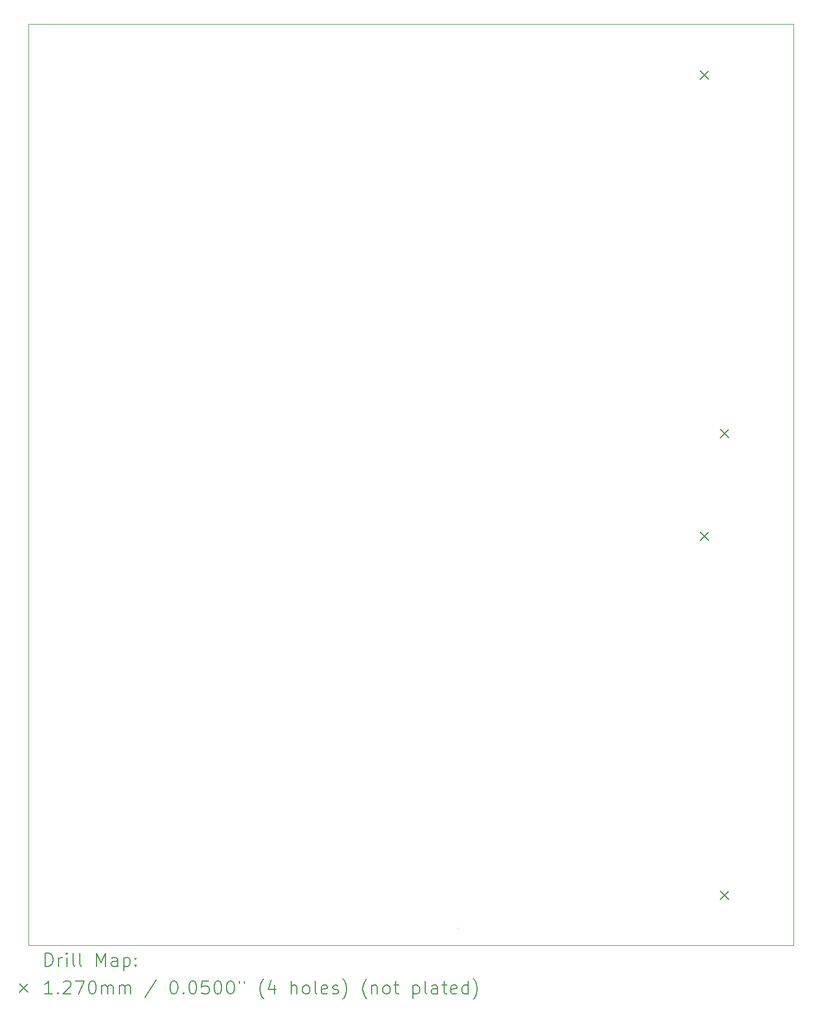
<source format=gbr>
%TF.GenerationSoftware,KiCad,Pcbnew,7.0.10-7.0.10~ubuntu22.04.1*%
%TF.CreationDate,2024-03-14T13:40:17-04:00*%
%TF.ProjectId,dioBreakOutBoard,64696f42-7265-4616-9b4f-7574426f6172,rev?*%
%TF.SameCoordinates,Original*%
%TF.FileFunction,Drillmap*%
%TF.FilePolarity,Positive*%
%FSLAX45Y45*%
G04 Gerber Fmt 4.5, Leading zero omitted, Abs format (unit mm)*
G04 Created by KiCad (PCBNEW 7.0.10-7.0.10~ubuntu22.04.1) date 2024-03-14 13:40:17*
%MOMM*%
%LPD*%
G01*
G04 APERTURE LIST*
%ADD10C,0.050000*%
%ADD11C,0.200000*%
%ADD12C,0.127000*%
G04 APERTURE END LIST*
D10*
X24287140Y-15910000D02*
X12674260Y-15910000D01*
X24287140Y-15910000D02*
X24287140Y-1940000D01*
X12674260Y-15910000D02*
X12674260Y-1940000D01*
X24287140Y-1940000D02*
X12674260Y-1940000D01*
X19190000Y-15645000D02*
X19190000Y-15645000D01*
D11*
D12*
X22871500Y-2644500D02*
X22998500Y-2771500D01*
X22998500Y-2644500D02*
X22871500Y-2771500D01*
X22871500Y-9643500D02*
X22998500Y-9770500D01*
X22998500Y-9643500D02*
X22871500Y-9770500D01*
X23176500Y-8082500D02*
X23303500Y-8209500D01*
X23303500Y-8082500D02*
X23176500Y-8209500D01*
X23176500Y-15081500D02*
X23303500Y-15208500D01*
X23303500Y-15081500D02*
X23176500Y-15208500D01*
D11*
X12932537Y-16223984D02*
X12932537Y-16023984D01*
X12932537Y-16023984D02*
X12980156Y-16023984D01*
X12980156Y-16023984D02*
X13008727Y-16033508D01*
X13008727Y-16033508D02*
X13027775Y-16052555D01*
X13027775Y-16052555D02*
X13037299Y-16071603D01*
X13037299Y-16071603D02*
X13046822Y-16109698D01*
X13046822Y-16109698D02*
X13046822Y-16138269D01*
X13046822Y-16138269D02*
X13037299Y-16176365D01*
X13037299Y-16176365D02*
X13027775Y-16195412D01*
X13027775Y-16195412D02*
X13008727Y-16214460D01*
X13008727Y-16214460D02*
X12980156Y-16223984D01*
X12980156Y-16223984D02*
X12932537Y-16223984D01*
X13132537Y-16223984D02*
X13132537Y-16090650D01*
X13132537Y-16128746D02*
X13142061Y-16109698D01*
X13142061Y-16109698D02*
X13151584Y-16100174D01*
X13151584Y-16100174D02*
X13170632Y-16090650D01*
X13170632Y-16090650D02*
X13189680Y-16090650D01*
X13256346Y-16223984D02*
X13256346Y-16090650D01*
X13256346Y-16023984D02*
X13246822Y-16033508D01*
X13246822Y-16033508D02*
X13256346Y-16043031D01*
X13256346Y-16043031D02*
X13265870Y-16033508D01*
X13265870Y-16033508D02*
X13256346Y-16023984D01*
X13256346Y-16023984D02*
X13256346Y-16043031D01*
X13380156Y-16223984D02*
X13361108Y-16214460D01*
X13361108Y-16214460D02*
X13351584Y-16195412D01*
X13351584Y-16195412D02*
X13351584Y-16023984D01*
X13484918Y-16223984D02*
X13465870Y-16214460D01*
X13465870Y-16214460D02*
X13456346Y-16195412D01*
X13456346Y-16195412D02*
X13456346Y-16023984D01*
X13713489Y-16223984D02*
X13713489Y-16023984D01*
X13713489Y-16023984D02*
X13780156Y-16166841D01*
X13780156Y-16166841D02*
X13846822Y-16023984D01*
X13846822Y-16023984D02*
X13846822Y-16223984D01*
X14027775Y-16223984D02*
X14027775Y-16119222D01*
X14027775Y-16119222D02*
X14018251Y-16100174D01*
X14018251Y-16100174D02*
X13999203Y-16090650D01*
X13999203Y-16090650D02*
X13961108Y-16090650D01*
X13961108Y-16090650D02*
X13942061Y-16100174D01*
X14027775Y-16214460D02*
X14008727Y-16223984D01*
X14008727Y-16223984D02*
X13961108Y-16223984D01*
X13961108Y-16223984D02*
X13942061Y-16214460D01*
X13942061Y-16214460D02*
X13932537Y-16195412D01*
X13932537Y-16195412D02*
X13932537Y-16176365D01*
X13932537Y-16176365D02*
X13942061Y-16157317D01*
X13942061Y-16157317D02*
X13961108Y-16147793D01*
X13961108Y-16147793D02*
X14008727Y-16147793D01*
X14008727Y-16147793D02*
X14027775Y-16138269D01*
X14123013Y-16090650D02*
X14123013Y-16290650D01*
X14123013Y-16100174D02*
X14142061Y-16090650D01*
X14142061Y-16090650D02*
X14180156Y-16090650D01*
X14180156Y-16090650D02*
X14199203Y-16100174D01*
X14199203Y-16100174D02*
X14208727Y-16109698D01*
X14208727Y-16109698D02*
X14218251Y-16128746D01*
X14218251Y-16128746D02*
X14218251Y-16185888D01*
X14218251Y-16185888D02*
X14208727Y-16204936D01*
X14208727Y-16204936D02*
X14199203Y-16214460D01*
X14199203Y-16214460D02*
X14180156Y-16223984D01*
X14180156Y-16223984D02*
X14142061Y-16223984D01*
X14142061Y-16223984D02*
X14123013Y-16214460D01*
X14303965Y-16204936D02*
X14313489Y-16214460D01*
X14313489Y-16214460D02*
X14303965Y-16223984D01*
X14303965Y-16223984D02*
X14294442Y-16214460D01*
X14294442Y-16214460D02*
X14303965Y-16204936D01*
X14303965Y-16204936D02*
X14303965Y-16223984D01*
X14303965Y-16100174D02*
X14313489Y-16109698D01*
X14313489Y-16109698D02*
X14303965Y-16119222D01*
X14303965Y-16119222D02*
X14294442Y-16109698D01*
X14294442Y-16109698D02*
X14303965Y-16100174D01*
X14303965Y-16100174D02*
X14303965Y-16119222D01*
D12*
X12544760Y-16489000D02*
X12671760Y-16616000D01*
X12671760Y-16489000D02*
X12544760Y-16616000D01*
D11*
X13037299Y-16643984D02*
X12923013Y-16643984D01*
X12980156Y-16643984D02*
X12980156Y-16443984D01*
X12980156Y-16443984D02*
X12961108Y-16472555D01*
X12961108Y-16472555D02*
X12942061Y-16491603D01*
X12942061Y-16491603D02*
X12923013Y-16501127D01*
X13123013Y-16624936D02*
X13132537Y-16634460D01*
X13132537Y-16634460D02*
X13123013Y-16643984D01*
X13123013Y-16643984D02*
X13113489Y-16634460D01*
X13113489Y-16634460D02*
X13123013Y-16624936D01*
X13123013Y-16624936D02*
X13123013Y-16643984D01*
X13208727Y-16463031D02*
X13218251Y-16453508D01*
X13218251Y-16453508D02*
X13237299Y-16443984D01*
X13237299Y-16443984D02*
X13284918Y-16443984D01*
X13284918Y-16443984D02*
X13303965Y-16453508D01*
X13303965Y-16453508D02*
X13313489Y-16463031D01*
X13313489Y-16463031D02*
X13323013Y-16482079D01*
X13323013Y-16482079D02*
X13323013Y-16501127D01*
X13323013Y-16501127D02*
X13313489Y-16529698D01*
X13313489Y-16529698D02*
X13199203Y-16643984D01*
X13199203Y-16643984D02*
X13323013Y-16643984D01*
X13389680Y-16443984D02*
X13523013Y-16443984D01*
X13523013Y-16443984D02*
X13437299Y-16643984D01*
X13637299Y-16443984D02*
X13656346Y-16443984D01*
X13656346Y-16443984D02*
X13675394Y-16453508D01*
X13675394Y-16453508D02*
X13684918Y-16463031D01*
X13684918Y-16463031D02*
X13694442Y-16482079D01*
X13694442Y-16482079D02*
X13703965Y-16520174D01*
X13703965Y-16520174D02*
X13703965Y-16567793D01*
X13703965Y-16567793D02*
X13694442Y-16605888D01*
X13694442Y-16605888D02*
X13684918Y-16624936D01*
X13684918Y-16624936D02*
X13675394Y-16634460D01*
X13675394Y-16634460D02*
X13656346Y-16643984D01*
X13656346Y-16643984D02*
X13637299Y-16643984D01*
X13637299Y-16643984D02*
X13618251Y-16634460D01*
X13618251Y-16634460D02*
X13608727Y-16624936D01*
X13608727Y-16624936D02*
X13599203Y-16605888D01*
X13599203Y-16605888D02*
X13589680Y-16567793D01*
X13589680Y-16567793D02*
X13589680Y-16520174D01*
X13589680Y-16520174D02*
X13599203Y-16482079D01*
X13599203Y-16482079D02*
X13608727Y-16463031D01*
X13608727Y-16463031D02*
X13618251Y-16453508D01*
X13618251Y-16453508D02*
X13637299Y-16443984D01*
X13789680Y-16643984D02*
X13789680Y-16510650D01*
X13789680Y-16529698D02*
X13799203Y-16520174D01*
X13799203Y-16520174D02*
X13818251Y-16510650D01*
X13818251Y-16510650D02*
X13846823Y-16510650D01*
X13846823Y-16510650D02*
X13865870Y-16520174D01*
X13865870Y-16520174D02*
X13875394Y-16539222D01*
X13875394Y-16539222D02*
X13875394Y-16643984D01*
X13875394Y-16539222D02*
X13884918Y-16520174D01*
X13884918Y-16520174D02*
X13903965Y-16510650D01*
X13903965Y-16510650D02*
X13932537Y-16510650D01*
X13932537Y-16510650D02*
X13951584Y-16520174D01*
X13951584Y-16520174D02*
X13961108Y-16539222D01*
X13961108Y-16539222D02*
X13961108Y-16643984D01*
X14056346Y-16643984D02*
X14056346Y-16510650D01*
X14056346Y-16529698D02*
X14065870Y-16520174D01*
X14065870Y-16520174D02*
X14084918Y-16510650D01*
X14084918Y-16510650D02*
X14113489Y-16510650D01*
X14113489Y-16510650D02*
X14132537Y-16520174D01*
X14132537Y-16520174D02*
X14142061Y-16539222D01*
X14142061Y-16539222D02*
X14142061Y-16643984D01*
X14142061Y-16539222D02*
X14151584Y-16520174D01*
X14151584Y-16520174D02*
X14170632Y-16510650D01*
X14170632Y-16510650D02*
X14199203Y-16510650D01*
X14199203Y-16510650D02*
X14218251Y-16520174D01*
X14218251Y-16520174D02*
X14227775Y-16539222D01*
X14227775Y-16539222D02*
X14227775Y-16643984D01*
X14618251Y-16434460D02*
X14446823Y-16691603D01*
X14875394Y-16443984D02*
X14894442Y-16443984D01*
X14894442Y-16443984D02*
X14913489Y-16453508D01*
X14913489Y-16453508D02*
X14923013Y-16463031D01*
X14923013Y-16463031D02*
X14932537Y-16482079D01*
X14932537Y-16482079D02*
X14942061Y-16520174D01*
X14942061Y-16520174D02*
X14942061Y-16567793D01*
X14942061Y-16567793D02*
X14932537Y-16605888D01*
X14932537Y-16605888D02*
X14923013Y-16624936D01*
X14923013Y-16624936D02*
X14913489Y-16634460D01*
X14913489Y-16634460D02*
X14894442Y-16643984D01*
X14894442Y-16643984D02*
X14875394Y-16643984D01*
X14875394Y-16643984D02*
X14856346Y-16634460D01*
X14856346Y-16634460D02*
X14846823Y-16624936D01*
X14846823Y-16624936D02*
X14837299Y-16605888D01*
X14837299Y-16605888D02*
X14827775Y-16567793D01*
X14827775Y-16567793D02*
X14827775Y-16520174D01*
X14827775Y-16520174D02*
X14837299Y-16482079D01*
X14837299Y-16482079D02*
X14846823Y-16463031D01*
X14846823Y-16463031D02*
X14856346Y-16453508D01*
X14856346Y-16453508D02*
X14875394Y-16443984D01*
X15027775Y-16624936D02*
X15037299Y-16634460D01*
X15037299Y-16634460D02*
X15027775Y-16643984D01*
X15027775Y-16643984D02*
X15018251Y-16634460D01*
X15018251Y-16634460D02*
X15027775Y-16624936D01*
X15027775Y-16624936D02*
X15027775Y-16643984D01*
X15161108Y-16443984D02*
X15180156Y-16443984D01*
X15180156Y-16443984D02*
X15199204Y-16453508D01*
X15199204Y-16453508D02*
X15208727Y-16463031D01*
X15208727Y-16463031D02*
X15218251Y-16482079D01*
X15218251Y-16482079D02*
X15227775Y-16520174D01*
X15227775Y-16520174D02*
X15227775Y-16567793D01*
X15227775Y-16567793D02*
X15218251Y-16605888D01*
X15218251Y-16605888D02*
X15208727Y-16624936D01*
X15208727Y-16624936D02*
X15199204Y-16634460D01*
X15199204Y-16634460D02*
X15180156Y-16643984D01*
X15180156Y-16643984D02*
X15161108Y-16643984D01*
X15161108Y-16643984D02*
X15142061Y-16634460D01*
X15142061Y-16634460D02*
X15132537Y-16624936D01*
X15132537Y-16624936D02*
X15123013Y-16605888D01*
X15123013Y-16605888D02*
X15113489Y-16567793D01*
X15113489Y-16567793D02*
X15113489Y-16520174D01*
X15113489Y-16520174D02*
X15123013Y-16482079D01*
X15123013Y-16482079D02*
X15132537Y-16463031D01*
X15132537Y-16463031D02*
X15142061Y-16453508D01*
X15142061Y-16453508D02*
X15161108Y-16443984D01*
X15408727Y-16443984D02*
X15313489Y-16443984D01*
X15313489Y-16443984D02*
X15303966Y-16539222D01*
X15303966Y-16539222D02*
X15313489Y-16529698D01*
X15313489Y-16529698D02*
X15332537Y-16520174D01*
X15332537Y-16520174D02*
X15380156Y-16520174D01*
X15380156Y-16520174D02*
X15399204Y-16529698D01*
X15399204Y-16529698D02*
X15408727Y-16539222D01*
X15408727Y-16539222D02*
X15418251Y-16558269D01*
X15418251Y-16558269D02*
X15418251Y-16605888D01*
X15418251Y-16605888D02*
X15408727Y-16624936D01*
X15408727Y-16624936D02*
X15399204Y-16634460D01*
X15399204Y-16634460D02*
X15380156Y-16643984D01*
X15380156Y-16643984D02*
X15332537Y-16643984D01*
X15332537Y-16643984D02*
X15313489Y-16634460D01*
X15313489Y-16634460D02*
X15303966Y-16624936D01*
X15542061Y-16443984D02*
X15561108Y-16443984D01*
X15561108Y-16443984D02*
X15580156Y-16453508D01*
X15580156Y-16453508D02*
X15589680Y-16463031D01*
X15589680Y-16463031D02*
X15599204Y-16482079D01*
X15599204Y-16482079D02*
X15608727Y-16520174D01*
X15608727Y-16520174D02*
X15608727Y-16567793D01*
X15608727Y-16567793D02*
X15599204Y-16605888D01*
X15599204Y-16605888D02*
X15589680Y-16624936D01*
X15589680Y-16624936D02*
X15580156Y-16634460D01*
X15580156Y-16634460D02*
X15561108Y-16643984D01*
X15561108Y-16643984D02*
X15542061Y-16643984D01*
X15542061Y-16643984D02*
X15523013Y-16634460D01*
X15523013Y-16634460D02*
X15513489Y-16624936D01*
X15513489Y-16624936D02*
X15503966Y-16605888D01*
X15503966Y-16605888D02*
X15494442Y-16567793D01*
X15494442Y-16567793D02*
X15494442Y-16520174D01*
X15494442Y-16520174D02*
X15503966Y-16482079D01*
X15503966Y-16482079D02*
X15513489Y-16463031D01*
X15513489Y-16463031D02*
X15523013Y-16453508D01*
X15523013Y-16453508D02*
X15542061Y-16443984D01*
X15732537Y-16443984D02*
X15751585Y-16443984D01*
X15751585Y-16443984D02*
X15770632Y-16453508D01*
X15770632Y-16453508D02*
X15780156Y-16463031D01*
X15780156Y-16463031D02*
X15789680Y-16482079D01*
X15789680Y-16482079D02*
X15799204Y-16520174D01*
X15799204Y-16520174D02*
X15799204Y-16567793D01*
X15799204Y-16567793D02*
X15789680Y-16605888D01*
X15789680Y-16605888D02*
X15780156Y-16624936D01*
X15780156Y-16624936D02*
X15770632Y-16634460D01*
X15770632Y-16634460D02*
X15751585Y-16643984D01*
X15751585Y-16643984D02*
X15732537Y-16643984D01*
X15732537Y-16643984D02*
X15713489Y-16634460D01*
X15713489Y-16634460D02*
X15703966Y-16624936D01*
X15703966Y-16624936D02*
X15694442Y-16605888D01*
X15694442Y-16605888D02*
X15684918Y-16567793D01*
X15684918Y-16567793D02*
X15684918Y-16520174D01*
X15684918Y-16520174D02*
X15694442Y-16482079D01*
X15694442Y-16482079D02*
X15703966Y-16463031D01*
X15703966Y-16463031D02*
X15713489Y-16453508D01*
X15713489Y-16453508D02*
X15732537Y-16443984D01*
X15875394Y-16443984D02*
X15875394Y-16482079D01*
X15951585Y-16443984D02*
X15951585Y-16482079D01*
X16246823Y-16720174D02*
X16237299Y-16710650D01*
X16237299Y-16710650D02*
X16218251Y-16682079D01*
X16218251Y-16682079D02*
X16208728Y-16663031D01*
X16208728Y-16663031D02*
X16199204Y-16634460D01*
X16199204Y-16634460D02*
X16189680Y-16586841D01*
X16189680Y-16586841D02*
X16189680Y-16548746D01*
X16189680Y-16548746D02*
X16199204Y-16501127D01*
X16199204Y-16501127D02*
X16208728Y-16472555D01*
X16208728Y-16472555D02*
X16218251Y-16453508D01*
X16218251Y-16453508D02*
X16237299Y-16424936D01*
X16237299Y-16424936D02*
X16246823Y-16415412D01*
X16408728Y-16510650D02*
X16408728Y-16643984D01*
X16361108Y-16434460D02*
X16313489Y-16577317D01*
X16313489Y-16577317D02*
X16437299Y-16577317D01*
X16665870Y-16643984D02*
X16665870Y-16443984D01*
X16751585Y-16643984D02*
X16751585Y-16539222D01*
X16751585Y-16539222D02*
X16742061Y-16520174D01*
X16742061Y-16520174D02*
X16723013Y-16510650D01*
X16723013Y-16510650D02*
X16694442Y-16510650D01*
X16694442Y-16510650D02*
X16675394Y-16520174D01*
X16675394Y-16520174D02*
X16665870Y-16529698D01*
X16875394Y-16643984D02*
X16856347Y-16634460D01*
X16856347Y-16634460D02*
X16846823Y-16624936D01*
X16846823Y-16624936D02*
X16837299Y-16605888D01*
X16837299Y-16605888D02*
X16837299Y-16548746D01*
X16837299Y-16548746D02*
X16846823Y-16529698D01*
X16846823Y-16529698D02*
X16856347Y-16520174D01*
X16856347Y-16520174D02*
X16875394Y-16510650D01*
X16875394Y-16510650D02*
X16903966Y-16510650D01*
X16903966Y-16510650D02*
X16923013Y-16520174D01*
X16923013Y-16520174D02*
X16932537Y-16529698D01*
X16932537Y-16529698D02*
X16942061Y-16548746D01*
X16942061Y-16548746D02*
X16942061Y-16605888D01*
X16942061Y-16605888D02*
X16932537Y-16624936D01*
X16932537Y-16624936D02*
X16923013Y-16634460D01*
X16923013Y-16634460D02*
X16903966Y-16643984D01*
X16903966Y-16643984D02*
X16875394Y-16643984D01*
X17056347Y-16643984D02*
X17037299Y-16634460D01*
X17037299Y-16634460D02*
X17027775Y-16615412D01*
X17027775Y-16615412D02*
X17027775Y-16443984D01*
X17208728Y-16634460D02*
X17189680Y-16643984D01*
X17189680Y-16643984D02*
X17151585Y-16643984D01*
X17151585Y-16643984D02*
X17132537Y-16634460D01*
X17132537Y-16634460D02*
X17123013Y-16615412D01*
X17123013Y-16615412D02*
X17123013Y-16539222D01*
X17123013Y-16539222D02*
X17132537Y-16520174D01*
X17132537Y-16520174D02*
X17151585Y-16510650D01*
X17151585Y-16510650D02*
X17189680Y-16510650D01*
X17189680Y-16510650D02*
X17208728Y-16520174D01*
X17208728Y-16520174D02*
X17218252Y-16539222D01*
X17218252Y-16539222D02*
X17218252Y-16558269D01*
X17218252Y-16558269D02*
X17123013Y-16577317D01*
X17294442Y-16634460D02*
X17313490Y-16643984D01*
X17313490Y-16643984D02*
X17351585Y-16643984D01*
X17351585Y-16643984D02*
X17370633Y-16634460D01*
X17370633Y-16634460D02*
X17380156Y-16615412D01*
X17380156Y-16615412D02*
X17380156Y-16605888D01*
X17380156Y-16605888D02*
X17370633Y-16586841D01*
X17370633Y-16586841D02*
X17351585Y-16577317D01*
X17351585Y-16577317D02*
X17323013Y-16577317D01*
X17323013Y-16577317D02*
X17303966Y-16567793D01*
X17303966Y-16567793D02*
X17294442Y-16548746D01*
X17294442Y-16548746D02*
X17294442Y-16539222D01*
X17294442Y-16539222D02*
X17303966Y-16520174D01*
X17303966Y-16520174D02*
X17323013Y-16510650D01*
X17323013Y-16510650D02*
X17351585Y-16510650D01*
X17351585Y-16510650D02*
X17370633Y-16520174D01*
X17446823Y-16720174D02*
X17456347Y-16710650D01*
X17456347Y-16710650D02*
X17475394Y-16682079D01*
X17475394Y-16682079D02*
X17484918Y-16663031D01*
X17484918Y-16663031D02*
X17494442Y-16634460D01*
X17494442Y-16634460D02*
X17503966Y-16586841D01*
X17503966Y-16586841D02*
X17503966Y-16548746D01*
X17503966Y-16548746D02*
X17494442Y-16501127D01*
X17494442Y-16501127D02*
X17484918Y-16472555D01*
X17484918Y-16472555D02*
X17475394Y-16453508D01*
X17475394Y-16453508D02*
X17456347Y-16424936D01*
X17456347Y-16424936D02*
X17446823Y-16415412D01*
X17808728Y-16720174D02*
X17799204Y-16710650D01*
X17799204Y-16710650D02*
X17780156Y-16682079D01*
X17780156Y-16682079D02*
X17770633Y-16663031D01*
X17770633Y-16663031D02*
X17761109Y-16634460D01*
X17761109Y-16634460D02*
X17751585Y-16586841D01*
X17751585Y-16586841D02*
X17751585Y-16548746D01*
X17751585Y-16548746D02*
X17761109Y-16501127D01*
X17761109Y-16501127D02*
X17770633Y-16472555D01*
X17770633Y-16472555D02*
X17780156Y-16453508D01*
X17780156Y-16453508D02*
X17799204Y-16424936D01*
X17799204Y-16424936D02*
X17808728Y-16415412D01*
X17884918Y-16510650D02*
X17884918Y-16643984D01*
X17884918Y-16529698D02*
X17894442Y-16520174D01*
X17894442Y-16520174D02*
X17913490Y-16510650D01*
X17913490Y-16510650D02*
X17942061Y-16510650D01*
X17942061Y-16510650D02*
X17961109Y-16520174D01*
X17961109Y-16520174D02*
X17970633Y-16539222D01*
X17970633Y-16539222D02*
X17970633Y-16643984D01*
X18094442Y-16643984D02*
X18075394Y-16634460D01*
X18075394Y-16634460D02*
X18065871Y-16624936D01*
X18065871Y-16624936D02*
X18056347Y-16605888D01*
X18056347Y-16605888D02*
X18056347Y-16548746D01*
X18056347Y-16548746D02*
X18065871Y-16529698D01*
X18065871Y-16529698D02*
X18075394Y-16520174D01*
X18075394Y-16520174D02*
X18094442Y-16510650D01*
X18094442Y-16510650D02*
X18123014Y-16510650D01*
X18123014Y-16510650D02*
X18142061Y-16520174D01*
X18142061Y-16520174D02*
X18151585Y-16529698D01*
X18151585Y-16529698D02*
X18161109Y-16548746D01*
X18161109Y-16548746D02*
X18161109Y-16605888D01*
X18161109Y-16605888D02*
X18151585Y-16624936D01*
X18151585Y-16624936D02*
X18142061Y-16634460D01*
X18142061Y-16634460D02*
X18123014Y-16643984D01*
X18123014Y-16643984D02*
X18094442Y-16643984D01*
X18218252Y-16510650D02*
X18294442Y-16510650D01*
X18246823Y-16443984D02*
X18246823Y-16615412D01*
X18246823Y-16615412D02*
X18256347Y-16634460D01*
X18256347Y-16634460D02*
X18275394Y-16643984D01*
X18275394Y-16643984D02*
X18294442Y-16643984D01*
X18513490Y-16510650D02*
X18513490Y-16710650D01*
X18513490Y-16520174D02*
X18532537Y-16510650D01*
X18532537Y-16510650D02*
X18570633Y-16510650D01*
X18570633Y-16510650D02*
X18589680Y-16520174D01*
X18589680Y-16520174D02*
X18599204Y-16529698D01*
X18599204Y-16529698D02*
X18608728Y-16548746D01*
X18608728Y-16548746D02*
X18608728Y-16605888D01*
X18608728Y-16605888D02*
X18599204Y-16624936D01*
X18599204Y-16624936D02*
X18589680Y-16634460D01*
X18589680Y-16634460D02*
X18570633Y-16643984D01*
X18570633Y-16643984D02*
X18532537Y-16643984D01*
X18532537Y-16643984D02*
X18513490Y-16634460D01*
X18723014Y-16643984D02*
X18703966Y-16634460D01*
X18703966Y-16634460D02*
X18694442Y-16615412D01*
X18694442Y-16615412D02*
X18694442Y-16443984D01*
X18884918Y-16643984D02*
X18884918Y-16539222D01*
X18884918Y-16539222D02*
X18875395Y-16520174D01*
X18875395Y-16520174D02*
X18856347Y-16510650D01*
X18856347Y-16510650D02*
X18818252Y-16510650D01*
X18818252Y-16510650D02*
X18799204Y-16520174D01*
X18884918Y-16634460D02*
X18865871Y-16643984D01*
X18865871Y-16643984D02*
X18818252Y-16643984D01*
X18818252Y-16643984D02*
X18799204Y-16634460D01*
X18799204Y-16634460D02*
X18789680Y-16615412D01*
X18789680Y-16615412D02*
X18789680Y-16596365D01*
X18789680Y-16596365D02*
X18799204Y-16577317D01*
X18799204Y-16577317D02*
X18818252Y-16567793D01*
X18818252Y-16567793D02*
X18865871Y-16567793D01*
X18865871Y-16567793D02*
X18884918Y-16558269D01*
X18951585Y-16510650D02*
X19027775Y-16510650D01*
X18980156Y-16443984D02*
X18980156Y-16615412D01*
X18980156Y-16615412D02*
X18989680Y-16634460D01*
X18989680Y-16634460D02*
X19008728Y-16643984D01*
X19008728Y-16643984D02*
X19027775Y-16643984D01*
X19170633Y-16634460D02*
X19151585Y-16643984D01*
X19151585Y-16643984D02*
X19113490Y-16643984D01*
X19113490Y-16643984D02*
X19094442Y-16634460D01*
X19094442Y-16634460D02*
X19084918Y-16615412D01*
X19084918Y-16615412D02*
X19084918Y-16539222D01*
X19084918Y-16539222D02*
X19094442Y-16520174D01*
X19094442Y-16520174D02*
X19113490Y-16510650D01*
X19113490Y-16510650D02*
X19151585Y-16510650D01*
X19151585Y-16510650D02*
X19170633Y-16520174D01*
X19170633Y-16520174D02*
X19180156Y-16539222D01*
X19180156Y-16539222D02*
X19180156Y-16558269D01*
X19180156Y-16558269D02*
X19084918Y-16577317D01*
X19351585Y-16643984D02*
X19351585Y-16443984D01*
X19351585Y-16634460D02*
X19332537Y-16643984D01*
X19332537Y-16643984D02*
X19294442Y-16643984D01*
X19294442Y-16643984D02*
X19275395Y-16634460D01*
X19275395Y-16634460D02*
X19265871Y-16624936D01*
X19265871Y-16624936D02*
X19256347Y-16605888D01*
X19256347Y-16605888D02*
X19256347Y-16548746D01*
X19256347Y-16548746D02*
X19265871Y-16529698D01*
X19265871Y-16529698D02*
X19275395Y-16520174D01*
X19275395Y-16520174D02*
X19294442Y-16510650D01*
X19294442Y-16510650D02*
X19332537Y-16510650D01*
X19332537Y-16510650D02*
X19351585Y-16520174D01*
X19427776Y-16720174D02*
X19437299Y-16710650D01*
X19437299Y-16710650D02*
X19456347Y-16682079D01*
X19456347Y-16682079D02*
X19465871Y-16663031D01*
X19465871Y-16663031D02*
X19475395Y-16634460D01*
X19475395Y-16634460D02*
X19484918Y-16586841D01*
X19484918Y-16586841D02*
X19484918Y-16548746D01*
X19484918Y-16548746D02*
X19475395Y-16501127D01*
X19475395Y-16501127D02*
X19465871Y-16472555D01*
X19465871Y-16472555D02*
X19456347Y-16453508D01*
X19456347Y-16453508D02*
X19437299Y-16424936D01*
X19437299Y-16424936D02*
X19427776Y-16415412D01*
M02*

</source>
